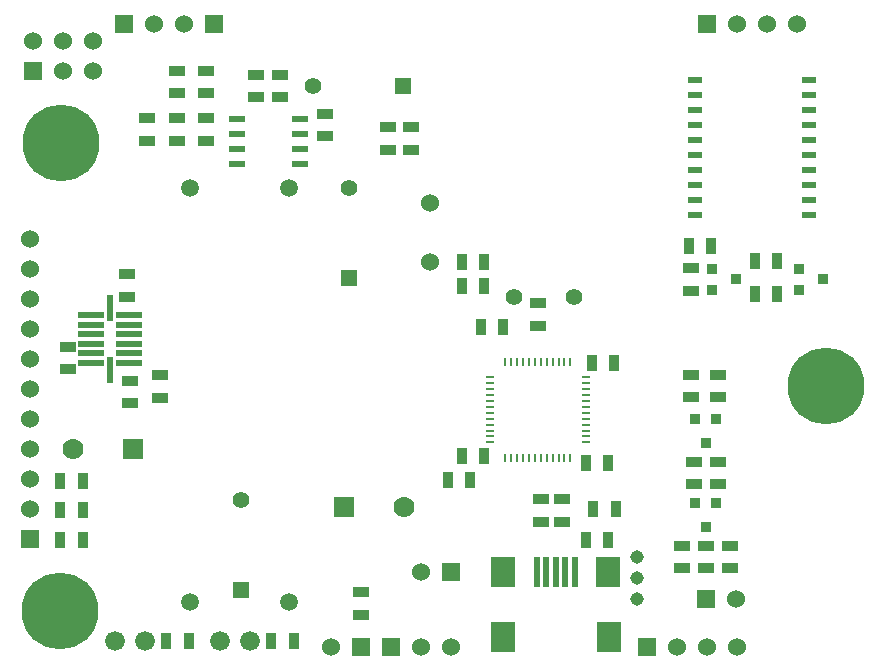
<source format=gts>
G04 (created by PCBNEW (2013-07-07 BZR 4022)-stable) date 11/09/2013 12:50:20*
%MOIN*%
G04 Gerber Fmt 3.4, Leading zero omitted, Abs format*
%FSLAX34Y34*%
G01*
G70*
G90*
G04 APERTURE LIST*
%ADD10C,0.00590551*%
%ADD11R,0.036X0.036*%
%ADD12R,0.0551X0.0236*%
%ADD13R,0.05X0.02*%
%ADD14R,0.035X0.055*%
%ADD15R,0.055X0.035*%
%ADD16C,0.045*%
%ADD17R,0.06X0.06*%
%ADD18C,0.06*%
%ADD19R,0.0196X0.0984*%
%ADD20R,0.0787X0.0984*%
%ADD21R,0.0098X0.0315*%
%ADD22R,0.0099X0.0315*%
%ADD23R,0.0315X0.0098*%
%ADD24R,0.0315X0.0099*%
%ADD25C,0.066*%
%ADD26R,0.055X0.055*%
%ADD27C,0.055*%
%ADD28C,0.255906*%
%ADD29C,0.0590551*%
%ADD30R,0.07X0.07*%
%ADD31C,0.07*%
%ADD32R,0.0897X0.0228*%
%ADD33R,0.0228X0.0897*%
G04 APERTURE END LIST*
G54D10*
G54D11*
X23518Y-9380D03*
X23518Y-8680D03*
X24318Y-9030D03*
X22953Y-13687D03*
X23653Y-13687D03*
X23303Y-14487D03*
G54D12*
X7682Y-5187D03*
X9782Y-5187D03*
X7682Y-4687D03*
X7682Y-4187D03*
X7682Y-3687D03*
X9782Y-4687D03*
X9782Y-4187D03*
X9782Y-3687D03*
G54D13*
X22942Y-2395D03*
X22942Y-2895D03*
X22942Y-3395D03*
X22942Y-3895D03*
X22942Y-4395D03*
X22942Y-4895D03*
X22942Y-5395D03*
X22942Y-5895D03*
X22942Y-6395D03*
X22942Y-6895D03*
X26742Y-6895D03*
X26742Y-6395D03*
X26742Y-5895D03*
X26742Y-5395D03*
X26742Y-4895D03*
X26742Y-4395D03*
X26742Y-3895D03*
X26742Y-3395D03*
X26742Y-2895D03*
X26742Y-2395D03*
G54D14*
X19565Y-16692D03*
X20315Y-16692D03*
X20060Y-17716D03*
X19310Y-17716D03*
G54D15*
X18503Y-16357D03*
X18503Y-17107D03*
G54D14*
X15453Y-15728D03*
X14703Y-15728D03*
G54D15*
X17814Y-16357D03*
X17814Y-17107D03*
G54D14*
X15176Y-8464D03*
X15926Y-8464D03*
X15176Y-9251D03*
X15926Y-9251D03*
G54D15*
X17728Y-9837D03*
X17728Y-10587D03*
G54D14*
X15928Y-14937D03*
X15178Y-14937D03*
X19310Y-15157D03*
X20060Y-15157D03*
X19503Y-11812D03*
X20253Y-11812D03*
X9578Y-21087D03*
X8828Y-21087D03*
X6078Y-21087D03*
X5328Y-21087D03*
G54D15*
X6666Y-4409D03*
X6666Y-3659D03*
X5682Y-2834D03*
X5682Y-2084D03*
X5682Y-4409D03*
X5682Y-3659D03*
G54D14*
X22743Y-7930D03*
X23493Y-7930D03*
G54D15*
X6666Y-2834D03*
X6666Y-2084D03*
X22803Y-12962D03*
X22803Y-12212D03*
X22818Y-9405D03*
X22818Y-8655D03*
X23303Y-17912D03*
X23303Y-18662D03*
X24103Y-17912D03*
X24103Y-18662D03*
X22503Y-17912D03*
X22503Y-18662D03*
G54D14*
X25693Y-9530D03*
X24943Y-9530D03*
G54D15*
X23703Y-15112D03*
X23703Y-15862D03*
X22903Y-15112D03*
X22903Y-15862D03*
X23703Y-12212D03*
X23703Y-12962D03*
G54D14*
X24943Y-8430D03*
X25693Y-8430D03*
G54D15*
X11803Y-20212D03*
X11803Y-19462D03*
X10603Y-4262D03*
X10603Y-3512D03*
X4698Y-4409D03*
X4698Y-3659D03*
X12716Y-4705D03*
X12716Y-3955D03*
X13484Y-4705D03*
X13484Y-3955D03*
X8303Y-2962D03*
X8303Y-2212D03*
X9103Y-2962D03*
X9103Y-2212D03*
G54D14*
X2540Y-15748D03*
X1790Y-15748D03*
X2540Y-16732D03*
X1790Y-16732D03*
G54D16*
X21003Y-19687D03*
X21003Y-18287D03*
X21003Y-18987D03*
G54D17*
X23353Y-537D03*
G54D18*
X24353Y-537D03*
X25353Y-537D03*
X26353Y-537D03*
G54D17*
X21353Y-21287D03*
G54D18*
X22353Y-21287D03*
X23353Y-21287D03*
X24353Y-21287D03*
G54D17*
X889Y-2074D03*
G54D18*
X889Y-1074D03*
X1889Y-2074D03*
X1889Y-1074D03*
X2889Y-2074D03*
X2889Y-1074D03*
G54D17*
X12803Y-21287D03*
G54D18*
X13803Y-21287D03*
X14803Y-21287D03*
G54D17*
X11803Y-21287D03*
G54D18*
X10803Y-21287D03*
G54D17*
X14803Y-18787D03*
G54D18*
X13803Y-18787D03*
G54D17*
X6903Y-537D03*
G54D18*
X5903Y-537D03*
G54D17*
X3903Y-537D03*
G54D18*
X4903Y-537D03*
G54D17*
X23303Y-19687D03*
G54D18*
X24303Y-19687D03*
X14103Y-6503D03*
X14103Y-8471D03*
G54D19*
X18307Y-18799D03*
X17993Y-18799D03*
X18936Y-18799D03*
G54D20*
X20078Y-20963D03*
X16536Y-20963D03*
X20039Y-18799D03*
X16536Y-18799D03*
G54D19*
X18621Y-18799D03*
X17678Y-18799D03*
G54D21*
X16634Y-11772D03*
G54D22*
X16831Y-11772D03*
X17028Y-11772D03*
X17225Y-11772D03*
G54D21*
X17421Y-11772D03*
X17618Y-11772D03*
X17814Y-11772D03*
X18011Y-11772D03*
G54D22*
X18207Y-11772D03*
X18404Y-11772D03*
X18601Y-11772D03*
G54D21*
X18798Y-11772D03*
G54D23*
X19329Y-12303D03*
G54D24*
X19329Y-12500D03*
X19329Y-12697D03*
X19329Y-12894D03*
G54D23*
X19329Y-13090D03*
X19329Y-13287D03*
X19329Y-13483D03*
X19329Y-13680D03*
G54D24*
X19329Y-13876D03*
X19329Y-14073D03*
X19329Y-14270D03*
G54D23*
X19329Y-14467D03*
G54D21*
X16634Y-14998D03*
G54D22*
X16831Y-14998D03*
X17028Y-14998D03*
X17225Y-14998D03*
G54D21*
X17421Y-14998D03*
X17618Y-14998D03*
X17814Y-14998D03*
X18011Y-14998D03*
G54D22*
X18207Y-14998D03*
X18404Y-14998D03*
X18601Y-14998D03*
G54D21*
X18798Y-14998D03*
G54D23*
X16103Y-12303D03*
G54D24*
X16103Y-12500D03*
X16103Y-12697D03*
X16103Y-12894D03*
G54D23*
X16103Y-13090D03*
X16103Y-13287D03*
X16103Y-13483D03*
X16103Y-13680D03*
G54D24*
X16103Y-13876D03*
X16103Y-14073D03*
X16103Y-14270D03*
G54D23*
X16103Y-14467D03*
G54D25*
X8103Y-21087D03*
X7103Y-21087D03*
X4603Y-21087D03*
X3603Y-21087D03*
G54D26*
X11403Y-8987D03*
G54D27*
X11403Y-5987D03*
G54D26*
X7803Y-19387D03*
G54D27*
X7803Y-16387D03*
X16903Y-9637D03*
X18903Y-9637D03*
G54D11*
X26418Y-9380D03*
X26418Y-8680D03*
X27218Y-9030D03*
G54D26*
X13203Y-2587D03*
G54D27*
X10203Y-2587D03*
G54D28*
X1771Y-20078D03*
X1803Y-4487D03*
X27303Y-12587D03*
G54D11*
X22953Y-16487D03*
X23653Y-16487D03*
X23303Y-17287D03*
G54D29*
X6103Y-19777D03*
X6103Y-5997D03*
X9403Y-19777D03*
X9403Y-5997D03*
G54D14*
X15803Y-10612D03*
X16553Y-10612D03*
X1790Y-17716D03*
X2540Y-17716D03*
G54D17*
X787Y-17688D03*
G54D18*
X787Y-16688D03*
X787Y-15688D03*
X787Y-14688D03*
X787Y-13688D03*
X787Y-12688D03*
X787Y-11688D03*
X787Y-10688D03*
X787Y-9688D03*
X787Y-8688D03*
X787Y-7688D03*
G54D30*
X4203Y-14687D03*
G54D31*
X2203Y-14687D03*
G54D30*
X11253Y-16637D03*
G54D31*
X13253Y-16637D03*
G54D15*
X4015Y-9607D03*
X4015Y-8857D03*
X5118Y-12223D03*
X5118Y-12973D03*
X4114Y-12420D03*
X4114Y-13170D03*
X2047Y-11278D03*
X2047Y-12028D03*
G54D32*
X2814Y-11180D03*
X2814Y-10866D03*
X2814Y-10551D03*
X2814Y-10236D03*
X2814Y-11495D03*
X2814Y-11810D03*
G54D33*
X3444Y-12047D03*
G54D32*
X4074Y-10866D03*
X4074Y-11180D03*
X4074Y-11495D03*
X4074Y-11810D03*
X4074Y-10551D03*
X4074Y-10236D03*
G54D33*
X3444Y-9999D03*
M02*

</source>
